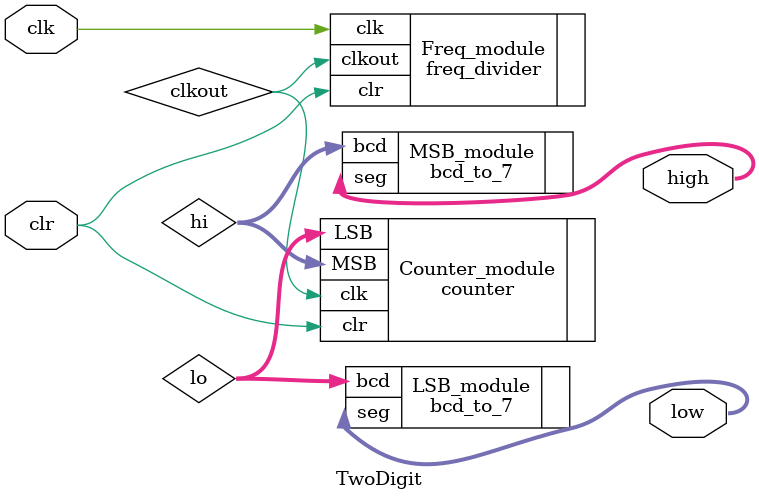
<source format=v>
`timescale 1ns / 1ps
module TwoDigit(
    input clr,
    input clk,
    output [6:0] high,
    output [6:0] low
    );
	 
	wire clkout;
	wire [3:0] hi;
	wire [3:0] lo;
	
	freq_divider Freq_module(.clr(clr), .clk(clk), .clkout(clkout));
	counter Counter_module(.clr(clr), .clk(clkout), .MSB(hi), .LSB(lo));
	bcd_to_7 MSB_module(.bcd(hi), .seg(high));
	bcd_to_7 LSB_module(.bcd(lo), .seg(low));
	
endmodule

</source>
